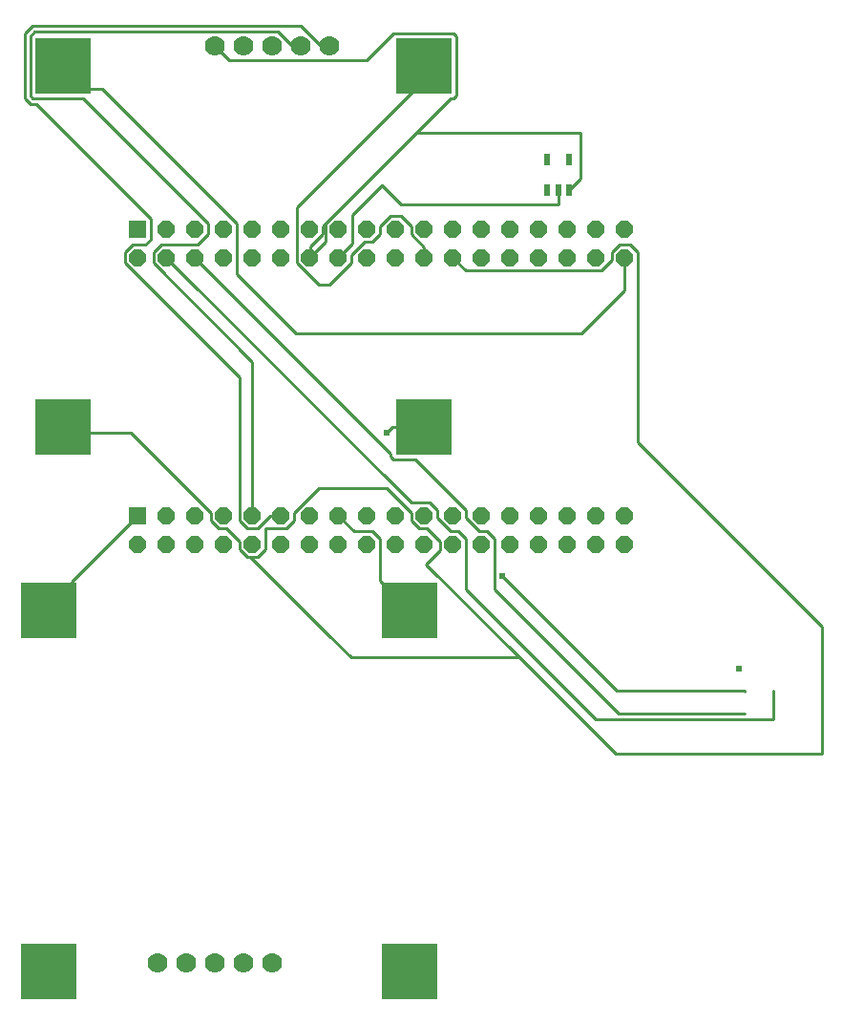
<source format=gbr>
G04 EAGLE Gerber RS-274X export*
G75*
%MOMM*%
%FSLAX34Y34*%
%LPD*%
%INTop Copper*%
%IPPOS*%
%AMOC8*
5,1,8,0,0,1.08239X$1,22.5*%
G01*
%ADD10R,1.524000X1.524000*%
%ADD11P,1.649562X8X22.500000*%
%ADD12C,1.778000*%
%ADD13R,0.600000X1.050000*%
%ADD14R,5.000000X5.000000*%
%ADD15C,0.609600*%
%ADD16C,0.254000*%


D10*
X135300Y701300D03*
D11*
X135300Y675900D03*
X160700Y701300D03*
X160700Y675900D03*
X186100Y701300D03*
X186100Y675900D03*
X211500Y701300D03*
X211500Y675900D03*
X236900Y701300D03*
X236900Y675900D03*
X262300Y701300D03*
X262300Y675900D03*
X287700Y701300D03*
X287700Y675900D03*
X313100Y701300D03*
X313100Y675900D03*
X338500Y701300D03*
X338500Y675900D03*
X363900Y701300D03*
X363900Y675900D03*
X389300Y701300D03*
X389300Y675900D03*
X414700Y701300D03*
X414700Y675900D03*
X440100Y701300D03*
X440100Y675900D03*
X465500Y701300D03*
X465500Y675900D03*
X490900Y701300D03*
X490900Y675900D03*
X516300Y701300D03*
X516300Y675900D03*
X541700Y701300D03*
X541700Y675900D03*
X567100Y701300D03*
X567100Y675900D03*
D10*
X135300Y447300D03*
D11*
X135300Y421900D03*
X160700Y447300D03*
X160700Y421900D03*
X186100Y447300D03*
X186100Y421900D03*
X211500Y447300D03*
X211500Y421900D03*
X236900Y447300D03*
X236900Y421900D03*
X262300Y447300D03*
X262300Y421900D03*
X287700Y447300D03*
X287700Y421900D03*
X313100Y447300D03*
X313100Y421900D03*
X338500Y447300D03*
X338500Y421900D03*
X363900Y447300D03*
X363900Y421900D03*
X389300Y447300D03*
X389300Y421900D03*
X414700Y447300D03*
X414700Y421900D03*
X440100Y447300D03*
X440100Y421900D03*
X465500Y447300D03*
X465500Y421900D03*
X490900Y447300D03*
X490900Y421900D03*
X516300Y447300D03*
X516300Y421900D03*
X541700Y447300D03*
X541700Y421900D03*
X567100Y447300D03*
X567100Y421900D03*
D12*
X203200Y863600D03*
X228600Y863600D03*
X254000Y863600D03*
X279400Y863600D03*
X304800Y863600D03*
X152400Y50800D03*
X177800Y50800D03*
X203200Y50800D03*
X228600Y50800D03*
X254000Y50800D03*
D13*
X498500Y735800D03*
X508000Y735800D03*
X517500Y735800D03*
X517500Y762800D03*
X498500Y762800D03*
D14*
X68600Y845800D03*
X68600Y525800D03*
X388600Y525800D03*
X388600Y845800D03*
X55900Y363200D03*
X55900Y43200D03*
X375900Y43200D03*
X375900Y363200D03*
D15*
X458388Y393700D03*
D16*
X559988Y292100D01*
X673100Y292100D01*
X673100Y290822D01*
X39790Y819222D02*
X39790Y872378D01*
X39790Y819222D02*
X42022Y816990D01*
X155966Y687330D02*
X149270Y680635D01*
X149270Y671166D01*
X271961Y863600D02*
X279400Y863600D01*
X271961Y863600D02*
X259261Y876300D01*
X86575Y816990D02*
X42022Y816990D01*
X236900Y583536D02*
X236900Y447300D01*
X236900Y583536D02*
X149270Y671166D01*
X197530Y706035D02*
X86575Y816990D01*
X197530Y706035D02*
X197530Y696566D01*
X188295Y687330D01*
X155966Y687330D01*
X259261Y876300D02*
X43712Y876300D01*
X39790Y872378D01*
X130566Y687330D02*
X123870Y680635D01*
X123870Y671166D01*
X225470Y442566D02*
X232166Y435870D01*
X241635Y435870D01*
X34710Y874482D02*
X41608Y881380D01*
X34710Y874482D02*
X34710Y817118D01*
X39918Y811910D01*
X297361Y863600D02*
X304800Y863600D01*
X141958Y687330D02*
X130566Y687330D01*
X123870Y671166D02*
X225470Y569566D01*
X225470Y442566D01*
X297361Y863600D02*
X279581Y881380D01*
X41608Y881380D01*
X253065Y447300D02*
X241635Y435870D01*
X253065Y447300D02*
X262300Y447300D01*
X45318Y811910D02*
X39918Y811910D01*
X45318Y811910D02*
X146730Y710498D01*
X146730Y692102D01*
X141958Y687330D01*
X394035Y458730D02*
X400730Y452035D01*
X377870Y458730D02*
X160700Y675900D01*
X377870Y458730D02*
X394035Y458730D01*
X400730Y452035D02*
X400730Y445106D01*
X426130Y381606D02*
X541036Y266700D01*
X698500Y266700D01*
X412506Y433330D02*
X400730Y445106D01*
X412506Y433330D02*
X419435Y433330D01*
X426130Y426635D01*
X426130Y381606D01*
X698500Y292100D02*
X698500Y266700D01*
D15*
X668415Y311478D03*
D16*
X359790Y502210D02*
X186100Y675900D01*
X359790Y502210D02*
X359790Y499222D01*
X362022Y496990D01*
X444835Y433330D02*
X451530Y426635D01*
X426130Y445106D02*
X426130Y452035D01*
X426130Y445106D02*
X437906Y433330D01*
X444835Y433330D01*
X451530Y426635D02*
X451530Y381606D01*
X561356Y271780D01*
X673100Y271780D01*
X381175Y496990D02*
X362022Y496990D01*
X381175Y496990D02*
X426130Y452035D01*
X287700Y675900D02*
X288500Y676700D01*
X301670Y689870D01*
X527510Y745810D02*
X527510Y786600D01*
X527510Y745810D02*
X517500Y735800D01*
X301670Y706035D02*
X301670Y689870D01*
X301670Y706035D02*
X382236Y786600D01*
X527510Y786600D01*
X415178Y874610D02*
X362022Y874610D01*
X415178Y874610D02*
X417410Y872378D01*
X417410Y819222D01*
X415178Y816990D01*
X288500Y685936D02*
X288500Y676700D01*
X288500Y685936D02*
X299130Y696566D01*
X412626Y816990D02*
X415178Y816990D01*
X412626Y816990D02*
X299130Y703495D01*
X299130Y696566D01*
X215900Y850900D02*
X203200Y863600D01*
X215900Y850900D02*
X338312Y850900D01*
X362022Y874610D01*
X135300Y447300D02*
X76200Y388200D01*
X76200Y368300D01*
X222930Y661006D02*
X222930Y706035D01*
X567100Y675900D02*
X567100Y647036D01*
X528655Y608590D01*
X275346Y608590D01*
X222930Y661006D01*
X222930Y706035D02*
X103465Y825500D01*
X88900Y825500D01*
D15*
X355600Y520700D03*
D16*
X360700Y525800D01*
X388600Y525800D01*
X343235Y689870D02*
X349930Y696566D01*
X324530Y671166D02*
X305135Y651770D01*
X295666Y651770D02*
X276270Y671166D01*
X389300Y675900D02*
X389300Y685136D01*
X377870Y696566D01*
X377870Y703495D01*
X343235Y689870D02*
X336306Y689870D01*
X324530Y678095D01*
X324530Y671166D01*
X368635Y712730D02*
X377870Y703495D01*
X276270Y720770D02*
X393700Y838200D01*
X368635Y712730D02*
X359166Y712730D01*
X349930Y703495D01*
X349930Y696566D01*
X305135Y651770D02*
X295666Y651770D01*
X276270Y671166D02*
X276270Y720770D01*
X349930Y389170D02*
X375900Y363200D01*
X327070Y433330D02*
X313100Y447300D01*
X327070Y433330D02*
X343235Y433330D01*
X349930Y426635D01*
X349930Y389170D01*
X384566Y435870D02*
X377870Y442566D01*
X384566Y435870D02*
X391495Y435870D01*
X377870Y442566D02*
X377870Y449495D01*
X355935Y471430D01*
X267035Y435870D02*
X248330Y435870D01*
X88900Y520700D02*
X63500Y520700D01*
X391495Y435870D02*
X403270Y424095D01*
X558816Y236220D02*
X741680Y236220D01*
X558816Y236220D02*
X473718Y321318D01*
X390916Y404120D01*
X324294Y321318D02*
X473718Y321318D01*
X324294Y321318D02*
X303756Y341856D01*
X299130Y346482D01*
X248330Y417166D02*
X248330Y435870D01*
X248330Y417166D02*
X241635Y410470D01*
X235142Y410470D01*
X403270Y416475D02*
X403270Y424095D01*
X403270Y416475D02*
X390916Y404120D01*
X741680Y348920D02*
X741680Y236220D01*
X555670Y680635D02*
X562366Y687330D01*
X571835Y687330D01*
X578530Y680635D01*
X426130Y664470D02*
X414700Y675900D01*
X578530Y512070D02*
X741680Y348920D01*
X578530Y512070D02*
X578530Y680635D01*
X546435Y664470D02*
X426130Y664470D01*
X546435Y664470D02*
X555670Y673706D01*
X555670Y680635D01*
X273730Y449495D02*
X273730Y442566D01*
X273730Y449495D02*
X295666Y471430D01*
X355935Y471430D01*
X273730Y442566D02*
X267035Y435870D01*
X235142Y410470D02*
X299130Y346482D01*
X235142Y410470D02*
X232166Y410470D01*
X225470Y417166D01*
X206766Y435870D02*
X200070Y442566D01*
X206766Y435870D02*
X213695Y435870D01*
X128865Y520700D02*
X88900Y520700D01*
X225470Y424095D02*
X225470Y417166D01*
X200070Y442566D02*
X200070Y449495D01*
X213695Y435870D02*
X225470Y424095D01*
X200070Y449495D02*
X128865Y520700D01*
X368300Y723100D02*
X508000Y723100D01*
X508000Y735800D01*
X368300Y723100D02*
X351600Y739800D01*
X325800Y714000D01*
X325800Y688600D01*
X313100Y675900D01*
M02*

</source>
